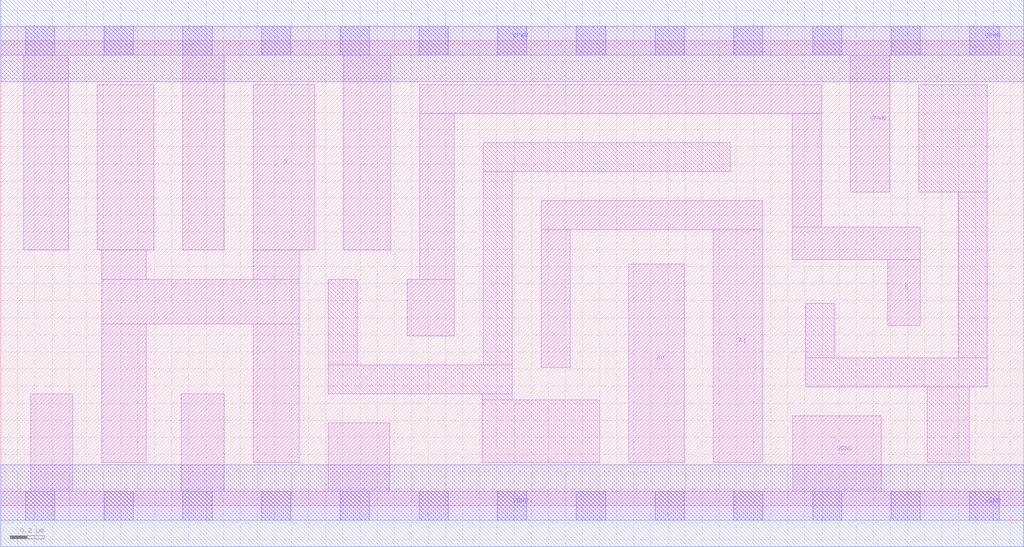
<source format=lef>
# Copyright 2020 The SkyWater PDK Authors
#
# Licensed under the Apache License, Version 2.0 (the "License");
# you may not use this file except in compliance with the License.
# You may obtain a copy of the License at
#
#     https://www.apache.org/licenses/LICENSE-2.0
#
# Unless required by applicable law or agreed to in writing, software
# distributed under the License is distributed on an "AS IS" BASIS,
# WITHOUT WARRANTIES OR CONDITIONS OF ANY KIND, either express or implied.
# See the License for the specific language governing permissions and
# limitations under the License.
#
# SPDX-License-Identifier: Apache-2.0

VERSION 5.7 ;
  NAMESCASESENSITIVE ON ;
  NOWIREEXTENSIONATPIN ON ;
  DIVIDERCHAR "/" ;
  BUSBITCHARS "[]" ;
UNITS
  DATABASE MICRONS 200 ;
END UNITS
PROPERTYDEFINITIONS
  MACRO maskLayoutSubType STRING ;
  MACRO prCellType STRING ;
  MACRO originalViewName STRING ;
END PROPERTYDEFINITIONS
MACRO sky130_fd_sc_hdll__clkmux2_4
  CLASS CORE ;
  FOREIGN sky130_fd_sc_hdll__clkmux2_4 ;
  ORIGIN  0.000000  0.000000 ;
  SIZE  5.980000 BY  2.720000 ;
  SYMMETRY X Y R90 ;
  SITE unithd ;
  PIN A0
    ANTENNAGATEAREA  0.232200 ;
    DIRECTION INPUT ;
    USE SIGNAL ;
    PORT
      LAYER li1 ;
        RECT 3.670000 0.255000 3.995000 1.415000 ;
    END
  END A0
  PIN A1
    ANTENNAGATEAREA  0.232200 ;
    DIRECTION INPUT ;
    USE SIGNAL ;
    PORT
      LAYER li1 ;
        RECT 3.160000 0.810000 3.330000 1.615000 ;
        RECT 3.160000 1.615000 4.455000 1.785000 ;
        RECT 4.165000 0.255000 4.455000 1.615000 ;
    END
  END A1
  PIN S
    ANTENNAGATEAREA  0.479400 ;
    DIRECTION INPUT ;
    USE SIGNAL ;
    PORT
      LAYER li1 ;
        RECT 2.375000 0.995000 2.650000 1.325000 ;
        RECT 2.450000 1.325000 2.650000 2.295000 ;
        RECT 2.450000 2.295000 4.795000 2.465000 ;
        RECT 4.625000 1.440000 5.375000 1.630000 ;
        RECT 4.625000 1.630000 4.795000 2.295000 ;
        RECT 5.185000 1.055000 5.375000 1.440000 ;
    END
  END S
  PIN X
    ANTENNADIFFAREA  0.860800 ;
    DIRECTION OUTPUT ;
    USE SIGNAL ;
    PORT
      LAYER li1 ;
        RECT 0.565000 1.495000 0.895000 2.465000 ;
        RECT 0.590000 0.255000 0.850000 1.065000 ;
        RECT 0.590000 1.065000 1.745000 1.325000 ;
        RECT 0.590000 1.325000 0.850000 1.495000 ;
        RECT 1.475000 0.255000 1.745000 1.065000 ;
        RECT 1.475000 1.325000 1.745000 1.495000 ;
        RECT 1.475000 1.495000 1.835000 2.465000 ;
    END
  END X
  PIN VGND
    DIRECTION INOUT ;
    USE GROUND ;
    PORT
      LAYER li1 ;
        RECT 0.000000 -0.085000 5.980000 0.085000 ;
        RECT 0.175000  0.085000 0.420000 0.655000 ;
        RECT 1.055000  0.085000 1.305000 0.655000 ;
        RECT 1.915000  0.085000 2.275000 0.485000 ;
        RECT 4.630000  0.085000 5.145000 0.525000 ;
      LAYER mcon ;
        RECT 0.145000 -0.085000 0.315000 0.085000 ;
        RECT 0.605000 -0.085000 0.775000 0.085000 ;
        RECT 1.065000 -0.085000 1.235000 0.085000 ;
        RECT 1.525000 -0.085000 1.695000 0.085000 ;
        RECT 1.985000 -0.085000 2.155000 0.085000 ;
        RECT 2.445000 -0.085000 2.615000 0.085000 ;
        RECT 2.905000 -0.085000 3.075000 0.085000 ;
        RECT 3.365000 -0.085000 3.535000 0.085000 ;
        RECT 3.825000 -0.085000 3.995000 0.085000 ;
        RECT 4.285000 -0.085000 4.455000 0.085000 ;
        RECT 4.745000 -0.085000 4.915000 0.085000 ;
        RECT 5.205000 -0.085000 5.375000 0.085000 ;
        RECT 5.665000 -0.085000 5.835000 0.085000 ;
      LAYER met1 ;
        RECT 0.000000 -0.240000 5.980000 0.240000 ;
    END
  END VGND
  PIN VPWR
    DIRECTION INOUT ;
    USE POWER ;
    PORT
      LAYER li1 ;
        RECT 0.000000 2.635000 5.980000 2.805000 ;
        RECT 0.135000 1.495000 0.395000 2.635000 ;
        RECT 1.065000 1.495000 1.305000 2.635000 ;
        RECT 2.005000 1.495000 2.280000 2.635000 ;
        RECT 4.965000 1.835000 5.195000 2.635000 ;
      LAYER mcon ;
        RECT 0.145000 2.635000 0.315000 2.805000 ;
        RECT 0.605000 2.635000 0.775000 2.805000 ;
        RECT 1.065000 2.635000 1.235000 2.805000 ;
        RECT 1.525000 2.635000 1.695000 2.805000 ;
        RECT 1.985000 2.635000 2.155000 2.805000 ;
        RECT 2.445000 2.635000 2.615000 2.805000 ;
        RECT 2.905000 2.635000 3.075000 2.805000 ;
        RECT 3.365000 2.635000 3.535000 2.805000 ;
        RECT 3.825000 2.635000 3.995000 2.805000 ;
        RECT 4.285000 2.635000 4.455000 2.805000 ;
        RECT 4.745000 2.635000 4.915000 2.805000 ;
        RECT 5.205000 2.635000 5.375000 2.805000 ;
        RECT 5.665000 2.635000 5.835000 2.805000 ;
      LAYER met1 ;
        RECT 0.000000 2.480000 5.980000 2.960000 ;
    END
  END VPWR
  OBS
    LAYER li1 ;
      RECT 1.915000 0.655000 2.990000 0.825000 ;
      RECT 1.915000 0.825000 2.085000 1.325000 ;
      RECT 2.815000 0.255000 3.500000 0.620000 ;
      RECT 2.815000 0.620000 2.990000 0.655000 ;
      RECT 2.820000 0.825000 2.990000 1.955000 ;
      RECT 2.820000 1.955000 4.265000 2.125000 ;
      RECT 4.705000 0.695000 5.765000 0.865000 ;
      RECT 4.705000 0.865000 4.875000 1.185000 ;
      RECT 5.365000 1.835000 5.765000 2.465000 ;
      RECT 5.415000 0.255000 5.660000 0.695000 ;
      RECT 5.595000 0.865000 5.765000 1.835000 ;
  END
  PROPERTY maskLayoutSubType "abstract" ;
  PROPERTY prCellType "standard" ;
  PROPERTY originalViewName "layout" ;
END sky130_fd_sc_hdll__clkmux2_4

</source>
